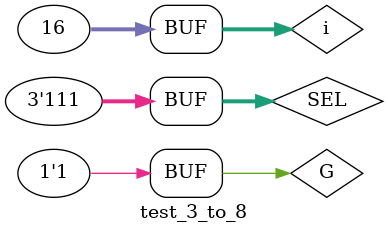
<source format=v>
`timescale 1ns / 1ps


module test_3_to_8;

	// Inputs
	reg G;
	reg [2:0] SEL;

	// Outputs
	wire [7:0] OUT;

	integer i;

	// Instantiate the Unit Under Test (UUT)
	decoder_3_to_8 uut (
		.G(G),
		.SEL(SEL),
		.OUT(OUT)
	);

	initial begin
		// Initialize Inputs
		for (i = 0; i < 16; i = i + 1) begin
			G = (i >> 3) & 1;
			SEL[2] = (i >> 2) & 1;
			SEL[1] = (i >> 1) & 1;
			SEL[0] = i & 1;
			#10;
		end

	end

endmodule

</source>
